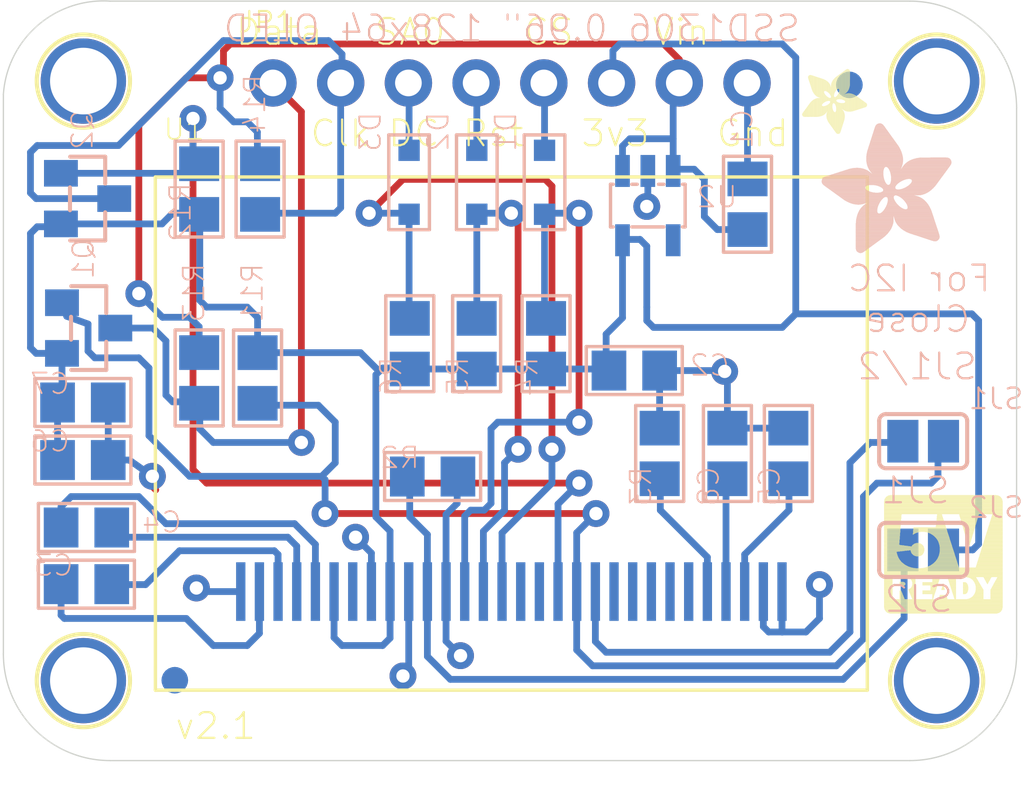
<source format=kicad_pcb>
(kicad_pcb (version 20171130) (host pcbnew "(5.1.5)-3")
  (layers (0 Top signal) (31 Bottom signal) (34 B.Paste user) (35 F.Paste user) (36 B.SilkS user) (37 F.SilkS user) (38 B.Mask user) (39 F.Mask user) (44 Edge.Cuts user))
  (net 0 "")
  (net 1 GND)
  (net 2 VIN)
  (net 3 3.3V)
  (net 4 "Net-(C5-Pad2)")
  (net 5 "Net-(C8-Pad2)")
  (net 6 "Net-(R3-Pad2)")
  (net 7 "Net-(U1-Pad25)")
  (net 8 "Net-(U1-Pad24)")
  (net 9 "Net-(U1-Pad23)")
  (net 10 "Net-(U1-Pad22)")
  (net 11 "Net-(U1-Pad21)")
  (net 12 "Net-(SJ1-Pad2)")
  (net 13 /D1/MOSI/SDA1_3.3V)
  (net 14 /D0/SCLK/SCK_3.3V)
  (net 15 "Net-(U1-Pad17)")
  (net 16 "Net-(U1-Pad16)")
  (net 17 /DC/SA0_3.3V)
  (net 18 /RST_3.3V)
  (net 19 /CS_3.3V)
  (net 20 "Net-(R2-Pad2)")
  (net 21 "Net-(U1-Pad7)")
  (net 22 "Net-(C4-Pad1)")
  (net 23 "Net-(C4-Pad2)")
  (net 24 "Net-(C3-Pad1)")
  (net 25 "Net-(C3-Pad2)")
  (net 26 "Net-(U2-Pad4)")
  (net 27 /CS_5.0V)
  (net 28 /RST_5.0V)
  (net 29 /DC/SA0_5.0V)
  (net 30 /D1/MOSI/SDA_5.0V)
  (net 31 /D0/SCLK/SCK_5.0V)
  (module "Adafruit 128x64 Mono OLED PCB v2:UG-2864HSWEG01_0.96IN_WRAPAROUND" (layer Top) (at 148.5531 111.715762)
    (fp_text reference U1 (at -13.09 -15.69) (layer F.SilkS) (effects (font (size 0.77216 0.77216) (thickness 0.065024)) (justify left bottom)))
    (fp_text value UG-2864HSWEG01)
    (pad "" np_thru_hole circle (at 8 5.45) (size 0.4 0.4) (drill 0.4) (layers *.Cu *.Mask))
    (pad "" np_thru_hole circle (at -8 5.45) (size 0.4 0.4) (drill 0.4) (layers *.Cu *.Mask))
    (pad 30 smd rect (at 10.15 1.2 90) (size 2.2 0.35) (layers Bottom B.Paste B.Mask) (net 1 GND))
    (pad 29 smd rect (at 9.45 1.2 90) (size 2.2 0.35) (layers Bottom B.Paste B.Mask) (net 1 GND))
    (pad 28 smd rect (at 8.75 1.2 90) (size 2.2 0.35) (layers Bottom B.Paste B.Mask) (net 4 "Net-(C5-Pad2)"))
    (pad 27 smd rect (at 8.05 1.2 90) (size 2.2 0.35) (layers Bottom B.Paste B.Mask) (net 5 "Net-(C8-Pad2)"))
    (pad 26 smd rect (at 7.35 1.2 90) (size 2.2 0.35) (layers Bottom B.Paste B.Mask) (net 6 "Net-(R3-Pad2)"))
    (pad 25 smd rect (at 6.65 1.2 90) (size 2.2 0.35) (layers Bottom B.Paste B.Mask) (net 7 "Net-(U1-Pad25)"))
    (pad 24 smd rect (at 5.95 1.2 90) (size 2.2 0.35) (layers Bottom B.Paste B.Mask) (net 8 "Net-(U1-Pad24)"))
    (pad 23 smd rect (at 5.25 1.2 90) (size 2.2 0.35) (layers Bottom B.Paste B.Mask) (net 9 "Net-(U1-Pad23)"))
    (pad 22 smd rect (at 4.55 1.2 90) (size 2.2 0.35) (layers Bottom B.Paste B.Mask) (net 10 "Net-(U1-Pad22)"))
    (pad 21 smd rect (at 3.85 1.2 90) (size 2.2 0.35) (layers Bottom B.Paste B.Mask) (net 11 "Net-(U1-Pad21)"))
    (pad 20 smd rect (at 3.15 1.2 90) (size 2.2 0.35) (layers Bottom B.Paste B.Mask) (net 12 "Net-(SJ1-Pad2)"))
    (pad 19 smd rect (at 2.45 1.2 90) (size 2.2 0.35) (layers Bottom B.Paste B.Mask) (net 13 /D1/MOSI/SDA1_3.3V))
    (pad 18 smd rect (at 1.75 1.2 90) (size 2.2 0.35) (layers Bottom B.Paste B.Mask) (net 14 /D0/SCLK/SCK_3.3V))
    (pad 17 smd rect (at 1.05 1.2 90) (size 2.2 0.35) (layers Bottom B.Paste B.Mask) (net 15 "Net-(U1-Pad17)"))
    (pad 16 smd rect (at 0.35 1.2 90) (size 2.2 0.35) (layers Bottom B.Paste B.Mask) (net 16 "Net-(U1-Pad16)"))
    (pad 15 smd rect (at -0.35 1.2 90) (size 2.2 0.35) (layers Bottom B.Paste B.Mask) (net 17 /DC/SA0_3.3V))
    (pad 14 smd rect (at -1.05 1.2 90) (size 2.2 0.35) (layers Bottom B.Paste B.Mask) (net 18 /RST_3.3V))
    (pad 13 smd rect (at -1.75 1.2 90) (size 2.2 0.35) (layers Bottom B.Paste B.Mask) (net 19 /CS_3.3V))
    (pad 12 smd rect (at -2.45 1.2 90) (size 2.2 0.35) (layers Bottom B.Paste B.Mask) (net 1 GND))
    (pad 11 smd rect (at -3.15 1.2 90) (size 2.2 0.35) (layers Bottom B.Paste B.Mask) (net 20 "Net-(R2-Pad2)"))
    (pad 10 smd rect (at -3.85 1.2 90) (size 2.2 0.35) (layers Bottom B.Paste B.Mask) (net 1 GND))
    (pad 9 smd rect (at -4.55 1.2 90) (size 2.2 0.35) (layers Bottom B.Paste B.Mask) (net 3 3.3V))
    (pad 8 smd rect (at -5.25 1.2 90) (size 2.2 0.35) (layers Bottom B.Paste B.Mask) (net 1 GND))
    (pad 7 smd rect (at -5.95 1.2 90) (size 2.2 0.35) (layers Bottom B.Paste B.Mask) (net 21 "Net-(U1-Pad7)"))
    (pad 6 smd rect (at -6.65 1.2 90) (size 2.2 0.35) (layers Bottom B.Paste B.Mask) (net 3 3.3V))
    (pad 5 smd rect (at -7.35 1.2 90) (size 2.2 0.35) (layers Bottom B.Paste B.Mask) (net 22 "Net-(C4-Pad1)"))
    (pad 4 smd rect (at -8.05 1.2 90) (size 2.2 0.35) (layers Bottom B.Paste B.Mask) (net 23 "Net-(C4-Pad2)"))
    (pad 3 smd rect (at -8.75 1.2 90) (size 2.2 0.35) (layers Bottom B.Paste B.Mask) (net 24 "Net-(C3-Pad1)"))
    (pad 2 smd rect (at -9.45 1.2 90) (size 2.2 0.35) (layers Bottom B.Paste B.Mask) (net 25 "Net-(C3-Pad2)"))
    (pad 1 smd rect (at -10.15 1.2 90) (size 2.2 0.35) (layers Bottom B.Paste B.Mask) (net 1 GND))
  )
  (module "Adafruit 128x64 Mono OLED PCB v2:SOLDERJUMPER_REFLOW_NOPASTE" (layer Bottom) (at 163.9971 107.271762 180)
    (fp_text reference SJ1 (at -1.651 1.143 180) (layer B.SilkS) (effects (font (size 0.77216 0.77216) (thickness 0.08128)) (justify right bottom mirror)))
    (fp_text value SOLDERJUMPERREFLOW_NOPASTE)
    (pad 2 smd rect (at 0.762 0 180) (size 1.1684 1.6002) (layers Bottom B.Mask) (net 12 "Net-(SJ1-Pad2)"))
    (pad 1 smd rect (at -0.762 0 180) (size 1.1684 1.6002) (layers Bottom B.Mask) (net 13 /D1/MOSI/SDA1_3.3V))
  )
  (module "Adafruit 128x64 Mono OLED PCB v2:SOLDERJUMPER_REFLOW_NOPASTE" (layer Bottom) (at 163.9971 111.351762 180)
    (fp_text reference SJ2 (at -1.651 1.143 180) (layer B.SilkS) (effects (font (size 0.77216 0.77216) (thickness 0.08128)) (justify right bottom mirror)))
    (fp_text value SOLDERJUMPERREFLOW_NOPASTE)
    (pad 2 smd rect (at 0.762 0 180) (size 1.1684 1.6002) (layers Bottom B.Mask) (net 20 "Net-(R2-Pad2)"))
    (pad 1 smd rect (at -0.762 0 180) (size 1.1684 1.6002) (layers Bottom B.Mask) (net 3 3.3V))
  )
  (module "Adafruit 128x64 Mono OLED PCB v2:0805" (layer Bottom) (at 145.5991 108.597762 180)
    (fp_text reference R2 (at 2.032 0.254 180) (layer B.SilkS) (effects (font (size 0.77216 0.77216) (thickness 0.065024)) (justify right bottom mirror)))
    (fp_text value 10K)
    (pad 2 smd rect (at 0.95 0 180) (size 1.3 1.5) (layers Bottom B.Paste B.Mask) (net 20 "Net-(R2-Pad2)"))
    (pad 1 smd rect (at -0.95 0 180) (size 1.3 1.5) (layers Bottom B.Paste B.Mask) (net 1 GND))
  )
  (module "Adafruit 128x64 Mono OLED PCB v2:SOT23-5" (layer Bottom) (at 153.6711 98.430762)
    (fp_text reference U2 (at 1.778 0.127) (layer B.SilkS) (effects (font (size 0.77216 0.77216) (thickness 0.065024)) (justify right bottom mirror)))
    (fp_text value VREG_SOT23-5)
    (pad 5 smd rect (at -0.95 1.3001) (size 0.55 1.2) (layers Bottom B.Paste B.Mask) (net 3 3.3V))
    (pad 4 smd rect (at 0.95 1.3001) (size 0.55 1.2) (layers Bottom B.Paste B.Mask) (net 26 "Net-(U2-Pad4)"))
    (pad 3 smd rect (at 0.95 -1.3001) (size 0.55 1.2) (layers Bottom B.Paste B.Mask) (net 2 VIN))
    (pad 2 smd rect (at 0 -1.3001) (size 0.55 1.2) (layers Bottom B.Paste B.Mask) (net 1 GND))
    (pad 1 smd rect (at -0.95 -1.3001) (size 0.55 1.2) (layers Bottom B.Paste B.Mask) (net 2 VIN))
  )
  (module "Adafruit 128x64 Mono OLED PCB v2:0805" (layer Bottom) (at 157.4091 98.379762 90)
    (fp_text reference C1 (at 2.032 0.254 90) (layer B.SilkS) (effects (font (size 0.77216 0.77216) (thickness 0.065024)) (justify right bottom mirror)))
    (fp_text value 10uF)
    (pad 2 smd rect (at 0.95 0 90) (size 1.3 1.5) (layers Bottom B.Paste B.Mask) (net 1 GND))
    (pad 1 smd rect (at -0.95 0 90) (size 1.3 1.5) (layers Bottom B.Paste B.Mask) (net 2 VIN))
  )
  (module "Adafruit 128x64 Mono OLED PCB v2:0805" (layer Bottom) (at 153.1631 104.621762)
    (fp_text reference C2 (at 2.032 0.254) (layer B.SilkS) (effects (font (size 0.77216 0.77216) (thickness 0.065024)) (justify right bottom mirror)))
    (fp_text value 10uF)
    (pad 2 smd rect (at 0.95 0) (size 1.3 1.5) (layers Bottom B.Paste B.Mask) (net 1 GND))
    (pad 1 smd rect (at -0.95 0) (size 1.3 1.5) (layers Bottom B.Paste B.Mask) (net 3 3.3V))
  )
  (module "Adafruit 128x64 Mono OLED PCB v2:SOD-323" (layer Bottom) (at 149.7971 97.555762 270)
    (fp_text reference D1 (at -1.1 1 270) (layer B.SilkS) (effects (font (size 0.77216 0.77216) (thickness 0.065024)) (justify right bottom mirror)))
    (fp_text value 1N4148)
    (pad A smd rect (at 1.2 0 270) (size 0.8 0.8) (layers Bottom B.Paste B.Mask) (net 19 /CS_3.3V))
    (pad C smd rect (at -1.2 0 270) (size 0.8 0.8) (layers Bottom B.Paste B.Mask) (net 27 /CS_5.0V))
  )
  (module "Adafruit 128x64 Mono OLED PCB v2:SOD-323" (layer Bottom) (at 147.2571 97.555762 270)
    (fp_text reference D2 (at -1.1 1 270) (layer B.SilkS) (effects (font (size 0.77216 0.77216) (thickness 0.065024)) (justify right bottom mirror)))
    (fp_text value 1N4148)
    (pad A smd rect (at 1.2 0 270) (size 0.8 0.8) (layers Bottom B.Paste B.Mask) (net 18 /RST_3.3V))
    (pad C smd rect (at -1.2 0 270) (size 0.8 0.8) (layers Bottom B.Paste B.Mask) (net 28 /RST_5.0V))
  )
  (module "Adafruit 128x64 Mono OLED PCB v2:SOD-323" (layer Bottom) (at 144.7171 97.555762 270)
    (fp_text reference D3 (at -1.1 1 270) (layer B.SilkS) (effects (font (size 0.77216 0.77216) (thickness 0.065024)) (justify right bottom mirror)))
    (fp_text value 1N4148)
    (pad A smd rect (at 1.2 0 270) (size 0.8 0.8) (layers Bottom B.Paste B.Mask) (net 17 /DC/SA0_3.3V))
    (pad C smd rect (at -1.2 0 270) (size 0.8 0.8) (layers Bottom B.Paste B.Mask) (net 29 /DC/SA0_5.0V))
  )
  (module "Adafruit 128x64 Mono OLED PCB v2:0805" (layer Bottom) (at 149.8541 103.612762 270)
    (fp_text reference R4 (at 2.032 0.254 270) (layer B.SilkS) (effects (font (size 0.77216 0.77216) (thickness 0.065024)) (justify right bottom mirror)))
    (fp_text value 10K)
    (pad 2 smd rect (at 0.95 0 270) (size 1.3 1.5) (layers Bottom B.Paste B.Mask) (net 3 3.3V))
    (pad 1 smd rect (at -0.95 0 270) (size 1.3 1.5) (layers Bottom B.Paste B.Mask) (net 19 /CS_3.3V))
  )
  (module "Adafruit 128x64 Mono OLED PCB v2:0805" (layer Bottom) (at 147.2501 103.612762 270)
    (fp_text reference R5 (at 2.032 0.254 270) (layer B.SilkS) (effects (font (size 0.77216 0.77216) (thickness 0.065024)) (justify right bottom mirror)))
    (fp_text value 10K)
    (pad 2 smd rect (at 0.95 0 270) (size 1.3 1.5) (layers Bottom B.Paste B.Mask) (net 3 3.3V))
    (pad 1 smd rect (at -0.95 0 270) (size 1.3 1.5) (layers Bottom B.Paste B.Mask) (net 18 /RST_3.3V))
  )
  (module "Adafruit 128x64 Mono OLED PCB v2:0805" (layer Bottom) (at 144.7421 103.612762 270)
    (fp_text reference R6 (at 2.032 0.254 270) (layer B.SilkS) (effects (font (size 0.77216 0.77216) (thickness 0.065024)) (justify right bottom mirror)))
    (fp_text value 10K)
    (pad 2 smd rect (at 0.95 0 270) (size 1.3 1.5) (layers Bottom B.Paste B.Mask) (net 3 3.3V))
    (pad 1 smd rect (at -0.95 0 270) (size 1.3 1.5) (layers Bottom B.Paste B.Mask) (net 17 /DC/SA0_3.3V))
  )
  (module "Adafruit 128x64 Mono OLED PCB v2:0805" (layer Bottom) (at 139.0341 104.899762 90)
    (fp_text reference R11 (at 2.032 0.254 90) (layer B.SilkS) (effects (font (size 0.77216 0.77216) (thickness 0.065024)) (justify right bottom mirror)))
    (fp_text value 10K)
    (pad 2 smd rect (at 0.95 0 90) (size 1.3 1.5) (layers Bottom B.Paste B.Mask) (net 3 3.3V))
    (pad 1 smd rect (at -0.95 0 90) (size 1.3 1.5) (layers Bottom B.Paste B.Mask) (net 13 /D1/MOSI/SDA1_3.3V))
  )
  (module "Adafruit 128x64 Mono OLED PCB v2:0805" (layer Bottom) (at 136.8431 97.809762 270)
    (fp_text reference R12 (at 2.032 0.254 270) (layer B.SilkS) (effects (font (size 0.77216 0.77216) (thickness 0.065024)) (justify right bottom mirror)))
    (fp_text value 10K)
    (pad 2 smd rect (at 0.95 0 270) (size 1.3 1.5) (layers Bottom B.Paste B.Mask) (net 3 3.3V))
    (pad 1 smd rect (at -0.95 0 270) (size 1.3 1.5) (layers Bottom B.Paste B.Mask) (net 14 /D0/SCLK/SCK_3.3V))
  )
  (module "Adafruit 128x64 Mono OLED PCB v2:0805" (layer Bottom) (at 136.8431 104.897762 90)
    (fp_text reference R13 (at 2.032 0.254 90) (layer B.SilkS) (effects (font (size 0.77216 0.77216) (thickness 0.065024)) (justify right bottom mirror)))
    (fp_text value 10K)
    (pad 2 smd rect (at 0.95 0 90) (size 1.3 1.5) (layers Bottom B.Paste B.Mask) (net 2 VIN))
    (pad 1 smd rect (at -0.95 0 90) (size 1.3 1.5) (layers Bottom B.Paste B.Mask) (net 30 /D1/MOSI/SDA_5.0V))
  )
  (module "Adafruit 128x64 Mono OLED PCB v2:0805" (layer Bottom) (at 139.1291 97.809762 90)
    (fp_text reference R14 (at 2.032 0.254 90) (layer B.SilkS) (effects (font (size 0.77216 0.77216) (thickness 0.065024)) (justify right bottom mirror)))
    (fp_text value 10K)
    (pad 2 smd rect (at 0.95 0 90) (size 1.3 1.5) (layers Bottom B.Paste B.Mask) (net 2 VIN))
    (pad 1 smd rect (at -0.95 0 90) (size 1.3 1.5) (layers Bottom B.Paste B.Mask) (net 31 /D0/SCLK/SCK_5.0V))
  )
  (module "Adafruit 128x64 Mono OLED PCB v2:SOT23-WIDE" (layer Bottom) (at 132.6991 103.025762 90)
    (fp_text reference Q1 (at 1.778 0.254 90) (layer B.SilkS) (effects (font (size 0.77216 0.77216) (thickness 0.065024)) (justify right bottom mirror)))
    (fp_text value BSS138)
    (pad 1 smd rect (at -0.95 -1 90) (size 1 1.27) (layers Bottom B.Paste B.Mask) (net 3 3.3V))
    (pad 2 smd rect (at 0.95 -1 90) (size 1 1.27) (layers Bottom B.Paste B.Mask) (net 13 /D1/MOSI/SDA1_3.3V))
    (pad 3 smd rect (at 0 1 90) (size 1 1.27) (layers Bottom B.Paste B.Mask) (net 30 /D1/MOSI/SDA_5.0V))
  )
  (module "Adafruit 128x64 Mono OLED PCB v2:SOT23-WIDE" (layer Bottom) (at 132.6591 98.167762 90)
    (fp_text reference Q2 (at 1.778 0.254 90) (layer B.SilkS) (effects (font (size 0.77216 0.77216) (thickness 0.065024)) (justify right bottom mirror)))
    (fp_text value BSS138)
    (pad 1 smd rect (at -0.95 -1 90) (size 1 1.27) (layers Bottom B.Paste B.Mask) (net 3 3.3V))
    (pad 2 smd rect (at 0.95 -1 90) (size 1 1.27) (layers Bottom B.Paste B.Mask) (net 14 /D0/SCLK/SCK_3.3V))
    (pad 3 smd rect (at 0 1 90) (size 1 1.27) (layers Bottom B.Paste B.Mask) (net 31 /D0/SCLK/SCK_5.0V))
  )
  (module "Adafruit 128x64 Mono OLED PCB v2:1X08_ROUND_70" (layer Top) (at 148.5011 93.827762)
    (fp_text reference JP1 (at -10.2362 -1.8288) (layer F.SilkS) (effects (font (size 0.77216 0.77216) (thickness 0.08128)) (justify left bottom)))
    (fp_text value HEADER-1X870MIL)
    (pad 8 thru_hole circle (at 8.89 0 90) (size 1.778 1.778) (drill 1) (layers *.Cu *.Mask) (net 1 GND))
    (pad 7 thru_hole circle (at 6.35 0 90) (size 1.778 1.778) (drill 1) (layers *.Cu *.Mask) (net 2 VIN))
    (pad 6 thru_hole circle (at 3.81 0 90) (size 1.778 1.778) (drill 1) (layers *.Cu *.Mask) (net 3 3.3V))
    (pad 5 thru_hole circle (at 1.27 0 90) (size 1.778 1.778) (drill 1) (layers *.Cu *.Mask) (net 27 /CS_5.0V))
    (pad 4 thru_hole circle (at -1.27 0 90) (size 1.778 1.778) (drill 1) (layers *.Cu *.Mask) (net 28 /RST_5.0V))
    (pad 3 thru_hole circle (at -3.81 0 90) (size 1.778 1.778) (drill 1) (layers *.Cu *.Mask) (net 29 /DC/SA0_5.0V))
    (pad 2 thru_hole circle (at -6.35 0 90) (size 1.778 1.778) (drill 1) (layers *.Cu *.Mask) (net 31 /D0/SCLK/SCK_5.0V))
    (pad 1 thru_hole circle (at -8.89 0 90) (size 1.778 1.778) (drill 1) (layers *.Cu *.Mask) (net 30 /D1/MOSI/SDA_5.0V))
  )
  (module "Adafruit 128x64 Mono OLED PCB v2:0805" (layer Bottom) (at 154.1151 107.731762 270)
    (fp_text reference R3 (at 2.032 0.254 270) (layer B.SilkS) (effects (font (size 0.77216 0.77216) (thickness 0.065024)) (justify right bottom mirror)))
    (fp_text value 390K)
    (pad 2 smd rect (at 0.95 0 270) (size 1.3 1.5) (layers Bottom B.Paste B.Mask) (net 6 "Net-(R3-Pad2)"))
    (pad 1 smd rect (at -0.95 0 270) (size 1.3 1.5) (layers Bottom B.Paste B.Mask) (net 1 GND))
  )
  (module "Adafruit 128x64 Mono OLED PCB v2:0805" (layer Bottom) (at 132.6151 112.637762 180)
    (fp_text reference C3 (at 2.032 0.254 180) (layer B.SilkS) (effects (font (size 0.77216 0.77216) (thickness 0.065024)) (justify right bottom mirror)))
    (fp_text value 1uF)
    (pad 2 smd rect (at 0.95 0 180) (size 1.3 1.5) (layers Bottom B.Paste B.Mask) (net 25 "Net-(C3-Pad2)"))
    (pad 1 smd rect (at -0.95 0 180) (size 1.3 1.5) (layers Bottom B.Paste B.Mask) (net 24 "Net-(C3-Pad1)"))
  )
  (module "Adafruit 128x64 Mono OLED PCB v2:0805" (layer Bottom) (at 132.6151 110.510762)
    (fp_text reference C4 (at 2.032 0.254) (layer B.SilkS) (effects (font (size 0.77216 0.77216) (thickness 0.065024)) (justify right bottom mirror)))
    (fp_text value 1uF)
    (pad 2 smd rect (at 0.95 0) (size 1.3 1.5) (layers Bottom B.Paste B.Mask) (net 23 "Net-(C4-Pad2)"))
    (pad 1 smd rect (at -0.95 0) (size 1.3 1.5) (layers Bottom B.Paste B.Mask) (net 22 "Net-(C4-Pad1)"))
  )
  (module "Adafruit 128x64 Mono OLED PCB v2:0805" (layer Bottom) (at 158.9411 107.731762 270)
    (fp_text reference C5 (at 2.032 0.254 270) (layer B.SilkS) (effects (font (size 0.77216 0.77216) (thickness 0.065024)) (justify right bottom mirror)))
    (fp_text value 10uF)
    (pad 2 smd rect (at 0.95 0 270) (size 1.3 1.5) (layers Bottom B.Paste B.Mask) (net 4 "Net-(C5-Pad2)"))
    (pad 1 smd rect (at -0.95 0 270) (size 1.3 1.5) (layers Bottom B.Paste B.Mask) (net 1 GND))
  )
  (module "Adafruit 128x64 Mono OLED PCB v2:0805" (layer Bottom) (at 132.4831 105.819762 180)
    (fp_text reference C7 (at 2.032 0.254 180) (layer B.SilkS) (effects (font (size 0.77216 0.77216) (thickness 0.065024)) (justify right bottom mirror)))
    (fp_text value 1uF)
    (pad 2 smd rect (at 0.95 0 180) (size 1.3 1.5) (layers Bottom B.Paste B.Mask) (net 3 3.3V))
    (pad 1 smd rect (at -0.95 0 180) (size 1.3 1.5) (layers Bottom B.Paste B.Mask) (net 1 GND))
  )
  (module "Adafruit 128x64 Mono OLED PCB v2:0805" (layer Bottom) (at 156.6551 107.731762 270)
    (fp_text reference C8 (at 2.032 0.254 270) (layer B.SilkS) (effects (font (size 0.77216 0.77216) (thickness 0.065024)) (justify right bottom mirror)))
    (fp_text value 2.2uF/16V)
    (pad 2 smd rect (at 0.95 0 270) (size 1.3 1.5) (layers Bottom B.Paste B.Mask) (net 5 "Net-(C8-Pad2)"))
    (pad 1 smd rect (at -0.95 0 270) (size 1.3 1.5) (layers Bottom B.Paste B.Mask) (net 1 GND))
  )
  (module "Adafruit 128x64 Mono OLED PCB v2:0805" (layer Bottom) (at 132.4831 107.978762 180)
    (fp_text reference C6 (at 2.032 0.254 180) (layer B.SilkS) (effects (font (size 0.77216 0.77216) (thickness 0.065024)) (justify right bottom mirror)))
    (fp_text value 1uF)
    (pad 2 smd rect (at 0.95 0 180) (size 1.3 1.5) (layers Bottom B.Paste B.Mask) (net 3 3.3V))
    (pad 1 smd rect (at -0.95 0 180) (size 1.3 1.5) (layers Bottom B.Paste B.Mask) (net 1 GND))
  )
  (module "Adafruit 128x64 Mono OLED PCB v2:FIDUCIAL_1MM" (layer Bottom) (at 161.2311 93.899762 180)
    (fp_text reference FID1 hide)
    (fp_text value FIDUCIAL"" hide)
    (pad 1 smd roundrect (at 0 0 180) (size 1 1) (layers Bottom B.Mask) (roundrect_rratio 0.5))
  )
  (module "Adafruit 128x64 Mono OLED PCB v2:FIDUCIAL_1MM" (layer Bottom) (at 135.9301 116.241762 180)
    (fp_text reference FID2 hide)
    (fp_text value FIDUCIAL"" hide)
    (pad 1 smd roundrect (at 0 0 180) (size 1 1) (layers Bottom B.Mask) (roundrect_rratio 0.5))
  )
  (module "Adafruit 128x64 Mono OLED PCB v2:MOUNTINGHOLE_2.5_PLATED" (layer Top) (at 164.5011 93.757762)
    (fp_text reference U$23 hide)
    (fp_text value MOUNTINGHOLE2.5 hide)
    (pad P$1 thru_hole circle (at 0 0) (size 3.2 3.2) (drill 2.5) (layers *.Cu *.Mask))
  )
  (module "Adafruit 128x64 Mono OLED PCB v2:MOUNTINGHOLE_2.5_PLATED" (layer Top) (at 132.5011 116.257762)
    (fp_text reference U$24 hide)
    (fp_text value MOUNTINGHOLE2.5 hide)
    (pad P$1 thru_hole circle (at 0 0) (size 3.2 3.2) (drill 2.5) (layers *.Cu *.Mask))
  )
  (module "Adafruit 128x64 Mono OLED PCB v2:MOUNTINGHOLE_2.5_PLATED" (layer Top) (at 164.5011 116.257762)
    (fp_text reference U$25 hide)
    (fp_text value MOUNTINGHOLE2.5 hide)
    (pad P$1 thru_hole circle (at 0 0) (size 3.2 3.2) (drill 2.5) (layers *.Cu *.Mask))
  )
  (module "Adafruit 128x64 Mono OLED PCB v2:MOUNTINGHOLE_2.5_PLATED" (layer Top) (at 132.5011 93.757762)
    (fp_text reference U$26 hide)
    (fp_text value MOUNTINGHOLE2.5 hide)
    (pad P$1 thru_hole circle (at 0 0) (size 3.2 3.2) (drill 2.5) (layers *.Cu *.Mask))
  )
  (module "Adafruit 128x64 Mono OLED PCB v2:ADAFRUIT_2.5MM" (layer Top) (at 159.4611 93.305762 270)
    (fp_text reference U$27 hide)
    (fp_text value "" hide)
  )
  (module "Adafruit 128x64 Mono OLED PCB v2:LOGIC_5VREADY_5MM" (layer Top) (at 162.2551 114.007762)
    (fp_text reference U$28 hide)
    (fp_text value "" hide)
  )
  (module "Adafruit 128x64 Mono OLED PCB v2:ADAFRUIT_5MM" (layer Bottom) (at 165.0611 100.207762 180)
    (fp_text reference U$3 hide)
    (fp_text value "" hide)
  )
  (gr_line (start 129.5011 115.257762) (end 129.5011 94.257762) (layer Edge.Cuts) (width 0.05))
  (gr_arc (start 133.2511 94.507762) (end 129.5011 94.257762) (angle 90) (layer Edge.Cuts) (width 0.05))
  (gr_line (start 133.5011 90.757762) (end 163.5011 90.757762) (layer Edge.Cuts) (width 0.05))
  (gr_arc (start 163.5011 94.757762) (end 163.5011 90.757762) (angle 90) (layer Edge.Cuts) (width 0.05))
  (gr_line (start 167.5011 94.757762) (end 167.5011 115.257762) (layer Edge.Cuts) (width 0.05))
  (gr_arc (start 163.5011 115.257762) (end 167.5011 115.257762) (angle 90) (layer Edge.Cuts) (width 0.05))
  (gr_arc (start 133.5011 115.257762) (end 133.5011 119.257762) (angle 90) (layer Edge.Cuts) (width 0.05))
  (gr_line (start 163.5011 119.257762) (end 133.5011 119.257762) (layer Edge.Cuts) (width 0.05))
  (gr_text Gnd (at 156.1951 96.285762) (layer F.SilkS) (effects (font (size 0.9652 0.9652) (thickness 0.08128)) (justify left bottom)))
  (gr_text Vin (at 153.7821 92.475762) (layer F.SilkS) (effects (font (size 0.9652 0.9652) (thickness 0.08128)) (justify left bottom)))
  (gr_text 3v3 (at 151.1151 96.285762) (layer F.SilkS) (effects (font (size 0.9652 0.9652) (thickness 0.08128)) (justify left bottom)))
  (gr_text CS (at 148.9561 92.475762) (layer F.SilkS) (effects (font (size 0.9652 0.9652) (thickness 0.08128)) (justify left bottom)))
  (gr_text Rst (at 146.6701 96.285762) (layer F.SilkS) (effects (font (size 0.9652 0.9652) (thickness 0.08128)) (justify left bottom)))
  (gr_text SA0 (at 143.3681 92.475762) (layer F.SilkS) (effects (font (size 0.9652 0.9652) (thickness 0.08128)) (justify left bottom)))
  (gr_text Clk (at 140.9551 96.285762) (layer F.SilkS) (effects (font (size 0.9652 0.9652) (thickness 0.08128)) (justify left bottom)))
  (gr_text Data (at 138.1611 92.475762) (layer F.SilkS) (effects (font (size 0.9652 0.9652) (thickness 0.08128)) (justify left bottom)))
  (gr_text SJ1 (at 165.0531 109.684762) (layer B.SilkS) (effects (font (size 0.9652 0.9652) (thickness 0.08128)) (justify left bottom mirror)))
  (gr_text SJ2 (at 165.1721 113.756762) (layer B.SilkS) (effects (font (size 0.9652 0.9652) (thickness 0.08128)) (justify left bottom mirror)))
  (gr_text "SSD1306 0.96\" 128x64 OLED" (at 159.4491 92.348762) (layer B.SilkS) (effects (font (size 0.9652 0.9652) (thickness 0.08128)) (justify left bottom mirror)))
  (gr_text v2.1 (at 135.8901 118.526762) (layer F.SilkS) (effects (font (size 0.9652 0.9652) (thickness 0.08128)) (justify left bottom)))
  (gr_text "For I2C" (at 166.5851 101.731762) (layer B.SilkS) (effects (font (size 0.9652 0.9652) (thickness 0.08128)) (justify left bottom mirror)))
  (gr_text Close (at 165.8231 103.255762) (layer B.SilkS) (effects (font (size 0.9652 0.9652) (thickness 0.08128)) (justify left bottom mirror)))
  (gr_text SJ1/2 (at 166.0771 105.033762) (layer B.SilkS) (effects (font (size 0.9652 0.9652) (thickness 0.08128)) (justify left bottom mirror)))
  (gr_text DC (at 143.8761 96.285762) (layer F.SilkS) (effects (font (size 0.9652 0.9652) (thickness 0.08128)) (justify left bottom)))
  (segment (start 136.7931 96.809762) (end 136.8431 96.859762) (width 0.254) (layer Bottom) (net 14))
  (segment (start 150.3031 112.915762) (end 150.3031 109.631762) (width 0.254) (layer Bottom) (net 14))
  (segment (start 150.3031 109.631762) (end 151.0911 108.843762) (width 0.254) (layer Bottom) (net 14))
  (via (at 151.0911 108.843762) (size 1.008) (drill 0.5) (layers Top Bottom) (net 14))
  (segment (start 151.0911 108.843762) (end 137.1211 108.843762) (width 0.254) (layer Top) (net 14))
  (segment (start 137.1211 108.843762) (end 136.6131 108.335762) (width 0.254) (layer Top) (net 14))
  (segment (start 136.6131 108.335762) (end 136.6131 95.159762) (width 0.254) (layer Top) (net 14))
  (via (at 136.6131 95.159762) (size 1.008) (drill 0.5) (layers Top Bottom) (net 14))
  (segment (start 136.6131 95.159762) (end 136.6131 96.629762) (width 0.254) (layer Bottom) (net 14))
  (segment (start 136.6131 96.629762) (end 136.8431 96.859762) (width 0.254) (layer Bottom) (net 14))
  (segment (start 131.6591 97.217762) (end 136.4851 97.217762) (width 0.254) (layer Bottom) (net 14))
  (segment (start 136.4851 97.217762) (end 136.8431 96.859762) (width 0.254) (layer Bottom) (net 14))
  (segment (start 151.0031 112.915762) (end 151.0031 115.105762) (width 0.254) (layer Bottom) (net 13))
  (segment (start 151.0031 115.105762) (end 151.5991 115.701762) (width 0.254) (layer Bottom) (net 13))
  (segment (start 151.5991 115.701762) (end 160.7431 115.701762) (width 0.254) (layer Bottom) (net 13))
  (segment (start 160.7431 115.701762) (end 161.7591 114.685762) (width 0.254) (layer Bottom) (net 13))
  (segment (start 161.7591 114.685762) (end 161.7591 109.351762) (width 0.254) (layer Bottom) (net 13))
  (segment (start 161.7591 109.351762) (end 162.2671 108.843762) (width 0.254) (layer Bottom) (net 13))
  (segment (start 162.2671 108.843762) (end 164.2991 108.843762) (width 0.254) (layer Bottom) (net 13))
  (segment (start 164.2991 108.843762) (end 164.5531 108.589762) (width 0.254) (layer Bottom) (net 13))
  (segment (start 164.5531 108.589762) (end 164.5531 107.477762) (width 0.254) (layer Bottom) (net 13))
  (segment (start 164.5531 107.477762) (end 164.7591 107.271762) (width 0.254) (layer Bottom) (net 13))
  (segment (start 131.6991 102.075762) (end 131.8771 102.583762) (width 0.254) (layer Bottom) (net 13))
  (segment (start 131.8771 102.583762) (end 132.6761 102.874762) (width 0.254) (layer Bottom) (net 13))
  (segment (start 132.6761 102.874762) (end 132.6761 103.890762) (width 0.254) (layer Bottom) (net 13))
  (segment (start 132.6761 103.890762) (end 132.9301 104.144762) (width 0.254) (layer Bottom) (net 13))
  (segment (start 132.9301 104.144762) (end 134.5811 104.144762) (width 0.254) (layer Bottom) (net 13))
  (segment (start 134.5811 104.144762) (end 134.9621 104.525762) (width 0.254) (layer Bottom) (net 13))
  (segment (start 141.9471 108.081762) (end 141.9471 106.557762) (width 0.254) (layer Bottom) (net 13))
  (segment (start 141.9471 106.557762) (end 141.3121 105.922762) (width 0.254) (layer Bottom) (net 13))
  (segment (start 141.3121 105.922762) (end 139.1071 105.922762) (width 0.254) (layer Bottom) (net 13))
  (segment (start 139.1071 105.922762) (end 139.0341 105.849762) (width 0.254) (layer Bottom) (net 13))
  (segment (start 151.0031 112.915762) (end 151.0031 110.709762) (width 0.254) (layer Bottom) (net 13))
  (segment (start 151.0031 110.709762) (end 151.7261 109.986762) (width 0.254) (layer Bottom) (net 13))
  (via (at 151.7261 109.986762) (size 1.008) (drill 0.5) (layers Top Bottom) (net 13))
  (segment (start 151.7261 109.986762) (end 141.5661 109.986762) (width 0.254) (layer Top) (net 13))
  (via (at 141.5661 109.986762) (size 1.008) (drill 0.5) (layers Top Bottom) (net 13))
  (segment (start 141.5661 109.986762) (end 141.5661 108.716762) (width 0.254) (layer Bottom) (net 13))
  (segment (start 134.9621 104.525762) (end 134.9621 107.065762) (width 0.254) (layer Bottom) (net 13))
  (segment (start 134.9621 107.065762) (end 136.4861 108.589762) (width 0.254) (layer Bottom) (net 13))
  (segment (start 136.4861 108.589762) (end 141.4391 108.589762) (width 0.254) (layer Bottom) (net 13))
  (segment (start 141.4391 108.589762) (end 141.5661 108.716762) (width 0.254) (layer Bottom) (net 13))
  (segment (start 141.9471 108.081762) (end 141.4391 108.589762) (width 0.254) (layer Bottom) (net 13))
  (segment (start 133.4331 105.819762) (end 133.4331 107.978762) (width 0.254) (layer Bottom) (net 1))
  (segment (start 133.4331 107.978762) (end 134.2241 107.978762) (width 0.254) (layer Bottom) (net 1))
  (segment (start 134.2241 107.978762) (end 135.0891 108.589762) (width 0.254) (layer Bottom) (net 1))
  (via (at 135.0891 108.589762) (size 1.008) (drill 0.5) (layers Top Bottom) (net 1))
  (segment (start 135.0891 108.589762) (end 135.0891 108.970762) (width 0.254) (layer Top) (net 1))
  (segment (start 135.0891 108.970762) (end 135.2161 109.097762) (width 0.254) (layer Top) (net 1))
  (segment (start 138.4031 112.915762) (end 136.8751 112.915762) (width 0.254) (layer Bottom) (net 1))
  (segment (start 136.8751 112.915762) (end 136.7401 112.780762) (width 0.254) (layer Bottom) (net 1))
  (via (at 136.7401 112.780762) (size 1.008) (drill 0.5) (layers Top Bottom) (net 1))
  (segment (start 136.7401 112.780762) (end 136.3591 112.780762) (width 0.254) (layer Top) (net 1))
  (segment (start 146.1031 112.915762) (end 146.1031 110.021762) (width 0.254) (layer Bottom) (net 1))
  (segment (start 146.1031 110.021762) (end 146.5191 109.605762) (width 0.254) (layer Bottom) (net 1))
  (segment (start 146.5191 109.605762) (end 146.5191 108.627762) (width 0.254) (layer Bottom) (net 1))
  (segment (start 146.5191 108.627762) (end 146.5491 108.597762) (width 0.254) (layer Bottom) (net 1))
  (segment (start 144.7031 112.915762) (end 144.7031 115.866762) (width 0.254) (layer Bottom) (net 1))
  (segment (start 144.7031 115.866762) (end 144.4871 116.082762) (width 0.254) (layer Bottom) (net 1))
  (via (at 144.4871 116.082762) (size 1.008) (drill 0.5) (layers Top Bottom) (net 1))
  (segment (start 144.4871 116.082762) (end 144.4871 116.336762) (width 0.254) (layer Top) (net 1))
  (segment (start 146.1031 112.915762) (end 146.1031 114.777762) (width 0.254) (layer Bottom) (net 1))
  (segment (start 146.1031 114.777762) (end 146.6461 115.320762) (width 0.254) (layer Bottom) (net 1))
  (via (at 146.6461 115.320762) (size 1.008) (drill 0.5) (layers Top Bottom) (net 1))
  (segment (start 146.6461 115.320762) (end 146.7731 115.320762) (width 0.254) (layer Top) (net 1))
  (segment (start 143.3031 112.915762) (end 143.3031 111.469762) (width 0.254) (layer Bottom) (net 1))
  (segment (start 143.3031 111.469762) (end 142.7091 110.875762) (width 0.254) (layer Bottom) (net 1))
  (via (at 142.7091 110.875762) (size 1.008) (drill 0.5) (layers Top Bottom) (net 1))
  (segment (start 142.7091 110.875762) (end 142.7091 110.748762) (width 0.254) (layer Top) (net 1))
  (segment (start 158.0031 112.915762) (end 158.0031 114.231762) (width 0.254) (layer Bottom) (net 1))
  (segment (start 158.0031 114.231762) (end 158.2031 114.431762) (width 0.254) (layer Bottom) (net 1))
  (segment (start 158.2031 114.431762) (end 158.7111 114.431762) (width 0.254) (layer Bottom) (net 1))
  (segment (start 158.7111 114.431762) (end 159.6001 114.431762) (width 0.254) (layer Bottom) (net 1))
  (segment (start 159.6001 114.431762) (end 160.1081 113.923762) (width 0.254) (layer Bottom) (net 1))
  (segment (start 160.1081 113.923762) (end 160.1081 112.653762) (width 0.254) (layer Bottom) (net 1))
  (via (at 160.1081 112.653762) (size 1.008) (drill 0.5) (layers Top Bottom) (net 1))
  (segment (start 160.1081 112.653762) (end 160.1081 112.399762) (width 0.254) (layer Top) (net 1))
  (segment (start 158.7031 112.915762) (end 158.7031 114.423762) (width 0.254) (layer Bottom) (net 1))
  (segment (start 158.7031 114.423762) (end 158.7111 114.431762) (width 0.254) (layer Bottom) (net 1))
  (segment (start 156.6551 106.781762) (end 158.9411 106.781762) (width 0.254) (layer Bottom) (net 1))
  (segment (start 154.1131 104.621762) (end 154.1131 106.779762) (width 0.254) (layer Bottom) (net 1))
  (segment (start 154.1131 106.779762) (end 154.1151 106.781762) (width 0.254) (layer Bottom) (net 1))
  (segment (start 154.1131 104.621762) (end 156.5211 104.621762) (width 0.254) (layer Bottom) (net 1))
  (segment (start 156.5211 104.621762) (end 156.5521 104.652762) (width 0.254) (layer Bottom) (net 1))
  (via (at 156.5521 104.652762) (size 1.008) (drill 0.5) (layers Top Bottom) (net 1))
  (segment (start 156.5521 104.652762) (end 156.8061 104.652762) (width 0.254) (layer Top) (net 1))
  (segment (start 156.6551 106.781762) (end 156.6551 104.755762) (width 0.254) (layer Bottom) (net 1))
  (segment (start 156.6551 104.755762) (end 156.5521 104.652762) (width 0.254) (layer Bottom) (net 1))
  (segment (start 157.4091 97.429762) (end 157.4091 93.845762) (width 0.254) (layer Bottom) (net 1))
  (segment (start 157.4091 93.845762) (end 157.3911 93.827762) (width 0.254) (layer Bottom) (net 1))
  (segment (start 153.6711 97.130662) (end 153.6711 98.421762) (width 0.254) (layer Bottom) (net 1))
  (segment (start 153.6711 98.421762) (end 153.6311 98.461762) (width 0.254) (layer Bottom) (net 1))
  (via (at 153.6311 98.461762) (size 1.008) (drill 0.5) (layers Top Bottom) (net 1))
  (segment (start 153.6311 98.461762) (end 153.7581 98.461762) (width 0.254) (layer Top) (net 1))
  (segment (start 153.7581 98.461762) (end 153.8851 98.334762) (width 0.254) (layer Top) (net 1))
  (segment (start 145.4031 112.915762) (end 145.4031 110.775762) (width 0.254) (layer Bottom) (net 20))
  (segment (start 145.4031 110.775762) (end 144.7411 110.113762) (width 0.254) (layer Bottom) (net 20))
  (segment (start 144.7411 110.113762) (end 144.7411 108.689762) (width 0.254) (layer Bottom) (net 20))
  (segment (start 144.7411 108.689762) (end 144.6491 108.597762) (width 0.254) (layer Bottom) (net 20))
  (segment (start 145.4031 112.915762) (end 145.4031 115.347762) (width 0.254) (layer Bottom) (net 20))
  (segment (start 145.4031 115.347762) (end 146.2651 116.209762) (width 0.254) (layer Bottom) (net 20))
  (segment (start 146.2651 116.209762) (end 160.9971 116.209762) (width 0.254) (layer Bottom) (net 20))
  (segment (start 160.9971 116.209762) (end 163.2831 113.923762) (width 0.254) (layer Bottom) (net 20))
  (segment (start 163.2831 113.923762) (end 163.2831 111.399762) (width 0.254) (layer Bottom) (net 20))
  (segment (start 163.2831 111.399762) (end 163.2351 111.351762) (width 0.254) (layer Bottom) (net 20))
  (segment (start 149.7971 98.755762) (end 149.7971 102.605762) (width 0.254) (layer Bottom) (net 19))
  (segment (start 149.7971 102.605762) (end 149.8541 102.662762) (width 0.254) (layer Bottom) (net 19))
  (segment (start 146.8031 112.915762) (end 146.8031 110.083762) (width 0.254) (layer Bottom) (net 19))
  (segment (start 146.8031 110.083762) (end 147.0271 109.859762) (width 0.254) (layer Bottom) (net 19))
  (segment (start 147.0271 109.859762) (end 147.5351 109.859762) (width 0.254) (layer Bottom) (net 19))
  (segment (start 147.5351 109.859762) (end 147.7891 109.605762) (width 0.254) (layer Bottom) (net 19))
  (segment (start 147.7891 109.605762) (end 147.7891 106.811762) (width 0.254) (layer Bottom) (net 19))
  (segment (start 147.7891 106.811762) (end 148.0431 106.557762) (width 0.254) (layer Bottom) (net 19))
  (segment (start 148.0431 106.557762) (end 151.0911 106.557762) (width 0.254) (layer Bottom) (net 19))
  (via (at 151.0911 106.557762) (size 1.008) (drill 0.5) (layers Top Bottom) (net 19))
  (segment (start 151.0911 106.557762) (end 151.0911 98.715762) (width 0.254) (layer Top) (net 19))
  (via (at 151.0911 98.715762) (size 1.008) (drill 0.5) (layers Top Bottom) (net 19))
  (segment (start 151.0911 98.715762) (end 149.8371 98.715762) (width 0.254) (layer Bottom) (net 19))
  (segment (start 149.8371 98.715762) (end 149.7971 98.755762) (width 0.254) (layer Bottom) (net 19))
  (segment (start 147.2571 98.755762) (end 147.2571 102.655762) (width 0.254) (layer Bottom) (net 18))
  (segment (start 147.2571 102.655762) (end 147.2501 102.662762) (width 0.254) (layer Bottom) (net 18))
  (segment (start 147.5031 112.915762) (end 147.5031 110.653762) (width 0.254) (layer Bottom) (net 18))
  (segment (start 147.5031 110.653762) (end 148.2971 109.859762) (width 0.254) (layer Bottom) (net 18))
  (segment (start 148.2971 109.859762) (end 148.2971 108.081762) (width 0.254) (layer Bottom) (net 18))
  (segment (start 148.2971 108.081762) (end 148.8051 107.573762) (width 0.254) (layer Bottom) (net 18))
  (via (at 148.8051 107.573762) (size 1.008) (drill 0.5) (layers Top Bottom) (net 18))
  (via (at 148.5511 98.715762) (size 1.008) (drill 0.5) (layers Top Bottom) (net 18))
  (segment (start 148.5511 98.715762) (end 147.2971 98.715762) (width 0.254) (layer Bottom) (net 18))
  (segment (start 147.2971 98.715762) (end 147.2571 98.755762) (width 0.254) (layer Bottom) (net 18))
  (segment (start 148.8051 107.573762) (end 148.8051 98.969762) (width 0.254) (layer Top) (net 18))
  (segment (start 148.8051 98.969762) (end 148.5511 98.715762) (width 0.254) (layer Top) (net 18))
  (segment (start 144.7171 98.755762) (end 144.7171 102.637762) (width 0.254) (layer Bottom) (net 17))
  (segment (start 144.7171 102.637762) (end 144.7421 102.662762) (width 0.254) (layer Bottom) (net 17))
  (segment (start 148.2031 112.915762) (end 148.2031 110.715762) (width 0.254) (layer Bottom) (net 17))
  (segment (start 148.2031 110.715762) (end 150.0751 108.843762) (width 0.254) (layer Bottom) (net 17))
  (segment (start 150.0751 108.843762) (end 150.0751 107.573762) (width 0.254) (layer Bottom) (net 17))
  (via (at 150.0751 107.573762) (size 1.008) (drill 0.5) (layers Top Bottom) (net 17))
  (segment (start 150.0751 107.573762) (end 150.0751 97.699762) (width 0.254) (layer Top) (net 17))
  (segment (start 150.0751 97.699762) (end 149.8211 97.445762) (width 0.254) (layer Top) (net 17))
  (segment (start 149.8211 97.445762) (end 144.4871 97.445762) (width 0.254) (layer Top) (net 17))
  (segment (start 144.4871 97.445762) (end 143.2171 98.715762) (width 0.254) (layer Top) (net 17))
  (via (at 143.2171 98.715762) (size 1.008) (drill 0.5) (layers Top Bottom) (net 17))
  (segment (start 143.2171 98.715762) (end 144.6771 98.715762) (width 0.254) (layer Bottom) (net 17))
  (segment (start 144.6771 98.715762) (end 144.7171 98.755762) (width 0.254) (layer Bottom) (net 17))
  (segment (start 149.7971 96.355762) (end 149.7971 93.853762) (width 0.254) (layer Bottom) (net 27))
  (segment (start 149.7971 93.853762) (end 149.7711 93.827762) (width 0.254) (layer Bottom) (net 27))
  (segment (start 147.2571 96.355762) (end 147.2571 93.853762) (width 0.254) (layer Bottom) (net 28))
  (segment (start 147.2571 93.853762) (end 147.2311 93.827762) (width 0.254) (layer Bottom) (net 28))
  (segment (start 144.7171 96.355762) (end 144.7171 93.853762) (width 0.254) (layer Bottom) (net 29))
  (segment (start 144.7171 93.853762) (end 144.6911 93.827762) (width 0.254) (layer Bottom) (net 29))
  (segment (start 142.1511 93.827762) (end 142.1511 98.511762) (width 0.254) (layer Bottom) (net 31))
  (segment (start 142.1511 98.511762) (end 141.9471 98.715762) (width 0.254) (layer Bottom) (net 31))
  (segment (start 141.9471 98.715762) (end 139.1731 98.715762) (width 0.254) (layer Bottom) (net 31))
  (segment (start 139.1731 98.715762) (end 139.1291 98.759762) (width 0.254) (layer Bottom) (net 31))
  (segment (start 133.6591 98.167762) (end 130.7311 98.167762) (width 0.254) (layer Bottom) (net 31))
  (segment (start 130.7311 98.167762) (end 130.5171 97.953762) (width 0.254) (layer Bottom) (net 31))
  (segment (start 130.5171 97.953762) (end 130.5171 96.429762) (width 0.254) (layer Bottom) (net 31))
  (segment (start 130.5171 96.429762) (end 130.7711 96.175762) (width 0.254) (layer Bottom) (net 31))
  (segment (start 130.7711 96.175762) (end 133.8191 96.175762) (width 0.254) (layer Bottom) (net 31))
  (segment (start 133.8191 96.175762) (end 137.7561 92.238762) (width 0.254) (layer Bottom) (net 31))
  (segment (start 137.7561 92.238762) (end 141.6931 92.238762) (width 0.254) (layer Bottom) (net 31))
  (segment (start 141.6931 92.238762) (end 142.2011 92.746762) (width 0.254) (layer Bottom) (net 31))
  (segment (start 142.2011 92.746762) (end 142.2011 93.777762) (width 0.254) (layer Bottom) (net 31))
  (segment (start 142.2011 93.777762) (end 142.1511 93.827762) (width 0.254) (layer Bottom) (net 31))
  (segment (start 139.6111 93.827762) (end 139.6111 93.839762) (width 0.254) (layer Top) (net 30))
  (segment (start 139.6111 93.839762) (end 140.6771 94.905762) (width 0.254) (layer Top) (net 30))
  (segment (start 140.6771 94.905762) (end 140.6771 107.319762) (width 0.254) (layer Top) (net 30))
  (via (at 140.6771 107.319762) (size 1.008) (drill 0.5) (layers Top Bottom) (net 30))
  (segment (start 140.6771 107.319762) (end 137.3751 107.319762) (width 0.254) (layer Bottom) (net 30))
  (segment (start 137.3751 107.319762) (end 136.8671 106.811762) (width 0.254) (layer Bottom) (net 30))
  (segment (start 136.8671 106.811762) (end 136.8671 105.871762) (width 0.254) (layer Bottom) (net 30))
  (segment (start 136.8671 105.871762) (end 136.8431 105.847762) (width 0.254) (layer Bottom) (net 30))
  (segment (start 133.6991 103.025762) (end 135.1131 103.025762) (width 0.254) (layer Bottom) (net 30))
  (segment (start 135.1131 103.025762) (end 135.5971 103.509762) (width 0.254) (layer Bottom) (net 30))
  (segment (start 135.5971 103.509762) (end 135.5971 105.541762) (width 0.254) (layer Bottom) (net 30))
  (segment (start 135.5971 105.541762) (end 135.8511 105.795762) (width 0.254) (layer Bottom) (net 30))
  (segment (start 135.8511 105.795762) (end 136.7911 105.795762) (width 0.254) (layer Bottom) (net 30))
  (segment (start 136.7911 105.795762) (end 136.8431 105.847762) (width 0.254) (layer Bottom) (net 30))
  (segment (start 154.6211 97.130662) (end 154.6211 95.921762) (width 0.254) (layer Bottom) (net 2))
  (segment (start 154.6211 95.921762) (end 154.6211 94.057762) (width 0.254) (layer Bottom) (net 2))
  (segment (start 136.8431 103.947762) (end 136.8431 102.977762) (width 0.254) (layer Bottom) (net 2))
  (segment (start 136.8431 102.977762) (end 136.4861 102.620762) (width 0.254) (layer Bottom) (net 2))
  (segment (start 136.4861 102.620762) (end 135.4701 102.620762) (width 0.254) (layer Bottom) (net 2))
  (segment (start 135.4701 102.620762) (end 134.5811 101.731762) (width 0.254) (layer Bottom) (net 2))
  (via (at 134.5811 101.731762) (size 1.008) (drill 0.5) (layers Top Bottom) (net 2))
  (segment (start 134.5811 101.731762) (end 134.5811 95.413762) (width 0.254) (layer Top) (net 2))
  (segment (start 134.5811 95.413762) (end 136.3591 93.635762) (width 0.254) (layer Top) (net 2))
  (segment (start 136.3591 93.635762) (end 137.6291 93.635762) (width 0.254) (layer Top) (net 2))
  (via (at 137.6291 93.635762) (size 1.008) (drill 0.5) (layers Top Bottom) (net 2))
  (segment (start 137.6291 93.635762) (end 137.6291 94.778762) (width 0.254) (layer Bottom) (net 2))
  (segment (start 137.6291 94.778762) (end 138.1371 95.286762) (width 0.254) (layer Bottom) (net 2))
  (segment (start 138.1371 95.286762) (end 138.6451 95.286762) (width 0.254) (layer Bottom) (net 2))
  (segment (start 138.6451 95.286762) (end 139.0261 95.667762) (width 0.254) (layer Bottom) (net 2))
  (segment (start 139.0261 95.667762) (end 139.0261 96.756762) (width 0.254) (layer Bottom) (net 2))
  (segment (start 139.0261 96.756762) (end 139.1291 96.859762) (width 0.254) (layer Bottom) (net 2))
  (segment (start 154.8511 93.827762) (end 154.8511 92.950762) (width 0.254) (layer Top) (net 2))
  (segment (start 154.8511 92.950762) (end 154.2661 92.365762) (width 0.254) (layer Top) (net 2))
  (segment (start 154.2661 92.365762) (end 138.0101 92.365762) (width 0.254) (layer Top) (net 2))
  (segment (start 138.0101 92.365762) (end 137.7561 92.619762) (width 0.254) (layer Top) (net 2))
  (segment (start 137.7561 92.619762) (end 137.7561 93.508762) (width 0.254) (layer Top) (net 2))
  (segment (start 137.7561 93.508762) (end 137.6291 93.635762) (width 0.254) (layer Top) (net 2))
  (segment (start 154.6211 94.057762) (end 154.8511 93.827762) (width 0.254) (layer Bottom) (net 2))
  (segment (start 152.7211 97.130662) (end 152.7211 96.196762) (width 0.254) (layer Bottom) (net 2))
  (segment (start 152.7211 96.196762) (end 152.9961 95.921762) (width 0.254) (layer Bottom) (net 2))
  (segment (start 152.9961 95.921762) (end 154.6211 95.921762) (width 0.254) (layer Bottom) (net 2))
  (segment (start 157.4091 99.329762) (end 156.2771 99.329762) (width 0.254) (layer Bottom) (net 2))
  (segment (start 156.2771 99.329762) (end 155.7901 98.842762) (width 0.254) (layer Bottom) (net 2))
  (segment (start 155.7901 98.842762) (end 155.7901 97.445762) (width 0.254) (layer Bottom) (net 2))
  (segment (start 155.7901 97.445762) (end 155.4091 97.064762) (width 0.254) (layer Bottom) (net 2))
  (segment (start 155.4091 97.064762) (end 154.687 97.064762) (width 0.254) (layer Bottom) (net 2))
  (segment (start 154.687 97.064762) (end 154.6211 97.130662) (width 0.254) (layer Bottom) (net 2))
  (segment (start 141.9031 112.915762) (end 141.9031 114.641762) (width 0.254) (layer Bottom) (net 3))
  (segment (start 141.9031 114.641762) (end 142.2011 114.939762) (width 0.254) (layer Bottom) (net 3))
  (segment (start 144.0031 112.915762) (end 144.0031 114.661762) (width 0.254) (layer Bottom) (net 3))
  (segment (start 144.0031 114.661762) (end 143.7251 114.939762) (width 0.254) (layer Bottom) (net 3))
  (segment (start 143.7251 114.939762) (end 142.2011 114.939762) (width 0.254) (layer Bottom) (net 3))
  (segment (start 144.0031 112.915762) (end 144.0031 110.645762) (width 0.254) (layer Bottom) (net 3))
  (segment (start 144.0031 110.645762) (end 143.4711 110.113762) (width 0.254) (layer Bottom) (net 3))
  (segment (start 143.4711 110.113762) (end 143.4711 104.779762) (width 0.254) (layer Bottom) (net 3))
  (segment (start 143.4711 104.779762) (end 143.5981 104.652762) (width 0.254) (layer Bottom) (net 3))
  (segment (start 143.5981 104.652762) (end 143.7251 104.525762) (width 0.254) (layer Bottom) (net 3))
  (segment (start 143.7251 104.525762) (end 144.7051 104.525762) (width 0.254) (layer Bottom) (net 3))
  (segment (start 144.7051 104.525762) (end 144.7421 104.562762) (width 0.254) (layer Bottom) (net 3))
  (segment (start 144.7421 104.562762) (end 147.2501 104.562762) (width 0.254) (layer Bottom) (net 3))
  (segment (start 147.2501 104.562762) (end 149.8541 104.562762) (width 0.254) (layer Bottom) (net 3))
  (segment (start 149.8541 104.562762) (end 152.1541 104.562762) (width 0.254) (layer Bottom) (net 3))
  (segment (start 152.1541 104.562762) (end 152.2131 104.621762) (width 0.254) (layer Bottom) (net 3))
  (segment (start 152.7211 99.730862) (end 152.7211 102.641762) (width 0.254) (layer Bottom) (net 3))
  (segment (start 152.7211 102.641762) (end 152.1071 103.255762) (width 0.254) (layer Bottom) (net 3))
  (segment (start 152.1071 103.255762) (end 152.1071 104.515762) (width 0.254) (layer Bottom) (net 3))
  (segment (start 152.1071 104.515762) (end 152.2131 104.621762) (width 0.254) (layer Bottom) (net 3))
  (segment (start 153.6311 102.239762) (end 153.6311 102.747762) (width 0.254) (layer Bottom) (net 3))
  (segment (start 153.6311 102.747762) (end 153.8851 103.001762) (width 0.254) (layer Bottom) (net 3))
  (segment (start 153.8851 103.001762) (end 158.7111 103.001762) (width 0.254) (layer Bottom) (net 3))
  (segment (start 158.7111 103.001762) (end 159.2191 102.493762) (width 0.254) (layer Bottom) (net 3))
  (segment (start 159.2191 102.493762) (end 159.2191 92.873762) (width 0.254) (layer Bottom) (net 3))
  (segment (start 159.2191 92.873762) (end 158.7111 92.365762) (width 0.254) (layer Bottom) (net 3))
  (segment (start 158.7111 92.365762) (end 152.6151 92.365762) (width 0.254) (layer Bottom) (net 3))
  (segment (start 152.6151 92.365762) (end 152.3611 92.619762) (width 0.254) (layer Bottom) (net 3))
  (segment (start 152.3611 92.619762) (end 152.3611 93.777762) (width 0.254) (layer Bottom) (net 3))
  (segment (start 152.3611 93.777762) (end 152.3111 93.827762) (width 0.254) (layer Bottom) (net 3))
  (segment (start 131.5331 107.978762) (end 131.5331 105.819762) (width 0.254) (layer Bottom) (net 3))
  (segment (start 139.0341 103.949762) (end 142.8951 103.949762) (width 0.254) (layer Bottom) (net 3))
  (segment (start 142.8951 103.949762) (end 143.5981 104.652762) (width 0.254) (layer Bottom) (net 3))
  (segment (start 164.7591 111.351762) (end 165.8551 111.351762) (width 0.254) (layer Bottom) (net 3))
  (segment (start 165.8551 111.351762) (end 166.0771 111.129762) (width 0.254) (layer Bottom) (net 3))
  (segment (start 166.0771 111.129762) (end 166.0771 102.747762) (width 0.254) (layer Bottom) (net 3))
  (segment (start 166.0771 102.747762) (end 165.8231 102.493762) (width 0.254) (layer Bottom) (net 3))
  (segment (start 165.8231 102.493762) (end 159.2191 102.493762) (width 0.254) (layer Bottom) (net 3))
  (segment (start 131.6991 103.975762) (end 131.6991 106.161762) (width 0.254) (layer Bottom) (net 3))
  (segment (start 131.6991 106.161762) (end 131.5331 105.819762) (width 0.254) (layer Bottom) (net 3))
  (segment (start 131.6591 99.117762) (end 135.4491 99.117762) (width 0.254) (layer Bottom) (net 3))
  (segment (start 135.4491 99.117762) (end 135.8511 98.715762) (width 0.254) (layer Bottom) (net 3))
  (segment (start 135.8511 98.715762) (end 136.7991 98.715762) (width 0.254) (layer Bottom) (net 3))
  (segment (start 136.7991 98.715762) (end 136.8431 98.759762) (width 0.254) (layer Bottom) (net 3))
  (segment (start 139.0341 103.949762) (end 139.0341 102.628762) (width 0.254) (layer Bottom) (net 3))
  (segment (start 139.0341 102.628762) (end 138.6451 102.239762) (width 0.254) (layer Bottom) (net 3))
  (segment (start 138.6451 102.239762) (end 137.1211 102.239762) (width 0.254) (layer Bottom) (net 3))
  (segment (start 137.1211 102.239762) (end 136.8671 101.985762) (width 0.254) (layer Bottom) (net 3))
  (segment (start 136.8671 101.985762) (end 136.8671 98.783762) (width 0.254) (layer Bottom) (net 3))
  (segment (start 136.8671 98.783762) (end 136.8431 98.759762) (width 0.254) (layer Bottom) (net 3))
  (segment (start 131.6991 103.975762) (end 130.7291 103.975762) (width 0.254) (layer Bottom) (net 3))
  (segment (start 130.7291 103.975762) (end 130.5171 103.763762) (width 0.254) (layer Bottom) (net 3))
  (segment (start 130.5171 103.763762) (end 130.5171 99.477762) (width 0.254) (layer Bottom) (net 3))
  (segment (start 130.5171 99.477762) (end 130.7711 99.223762) (width 0.254) (layer Bottom) (net 3))
  (segment (start 130.7711 99.223762) (end 131.5531 99.223762) (width 0.254) (layer Bottom) (net 3))
  (segment (start 131.5531 99.223762) (end 131.6591 99.117762) (width 0.254) (layer Bottom) (net 3))
  (segment (start 153.6311 102.239762) (end 153.6311 99.953762) (width 0.254) (layer Bottom) (net 3))
  (segment (start 153.6311 99.953762) (end 153.3771 99.699762) (width 0.254) (layer Bottom) (net 3))
  (segment (start 153.3771 99.699762) (end 152.7522 99.699762) (width 0.254) (layer Bottom) (net 3))
  (segment (start 152.7522 99.699762) (end 152.7211 99.730862) (width 0.254) (layer Bottom) (net 3))
  (segment (start 155.9031 112.915762) (end 155.9031 111.623762) (width 0.254) (layer Bottom) (net 6))
  (segment (start 155.9031 111.623762) (end 154.1391 109.859762) (width 0.254) (layer Bottom) (net 6))
  (segment (start 154.1391 109.859762) (end 154.1391 108.705762) (width 0.254) (layer Bottom) (net 6))
  (segment (start 154.1391 108.705762) (end 154.1151 108.681762) (width 0.254) (layer Bottom) (net 6))
  (segment (start 131.6651 112.637762) (end 131.6651 113.801762) (width 0.254) (layer Bottom) (net 25))
  (segment (start 131.6651 113.801762) (end 131.7871 113.923762) (width 0.254) (layer Bottom) (net 25))
  (segment (start 131.7871 113.923762) (end 136.3591 113.923762) (width 0.254) (layer Bottom) (net 25))
  (segment (start 136.3591 113.923762) (end 137.3751 114.939762) (width 0.254) (layer Bottom) (net 25))
  (segment (start 137.3751 114.939762) (end 138.6451 114.939762) (width 0.254) (layer Bottom) (net 25))
  (segment (start 138.6451 114.939762) (end 139.1031 114.481762) (width 0.254) (layer Bottom) (net 25))
  (segment (start 139.1031 112.915762) (end 139.1031 114.481762) (width 0.254) (layer Bottom) (net 25))
  (segment (start 139.8031 112.915762) (end 139.8031 111.525762) (width 0.254) (layer Bottom) (net 24))
  (segment (start 139.8031 111.525762) (end 139.6611 111.383762) (width 0.254) (layer Bottom) (net 24))
  (segment (start 139.6611 111.383762) (end 136.1051 111.383762) (width 0.254) (layer Bottom) (net 24))
  (segment (start 136.1051 111.383762) (end 134.8351 112.653762) (width 0.254) (layer Bottom) (net 24))
  (segment (start 134.8351 112.653762) (end 133.5811 112.653762) (width 0.254) (layer Bottom) (net 24))
  (segment (start 133.5811 112.653762) (end 133.5651 112.637762) (width 0.254) (layer Bottom) (net 24))
  (segment (start 140.5031 112.915762) (end 140.5031 111.209762) (width 0.254) (layer Bottom) (net 23))
  (segment (start 140.5031 111.209762) (end 140.1691 110.875762) (width 0.254) (layer Bottom) (net 23))
  (segment (start 140.1691 110.875762) (end 133.6761 110.875762) (width 0.254) (layer Bottom) (net 23))
  (segment (start 133.6761 110.875762) (end 133.5651 110.510762) (width 0.254) (layer Bottom) (net 23))
  (segment (start 131.6651 110.510762) (end 131.6651 109.727762) (width 0.254) (layer Bottom) (net 22))
  (segment (start 131.6651 109.727762) (end 132.0411 109.351762) (width 0.254) (layer Bottom) (net 22))
  (segment (start 132.0411 109.351762) (end 134.5811 109.351762) (width 0.254) (layer Bottom) (net 22))
  (segment (start 134.5811 109.351762) (end 135.5971 110.367762) (width 0.254) (layer Bottom) (net 22))
  (segment (start 135.5971 110.367762) (end 140.4231 110.367762) (width 0.254) (layer Bottom) (net 22))
  (segment (start 140.4231 110.367762) (end 141.2031 111.147762) (width 0.254) (layer Bottom) (net 22))
  (segment (start 141.2031 112.915762) (end 141.2031 111.147762) (width 0.254) (layer Bottom) (net 22))
  (segment (start 157.3031 112.915762) (end 157.3031 111.521762) (width 0.254) (layer Bottom) (net 4))
  (segment (start 157.3031 111.521762) (end 158.9651 109.859762) (width 0.254) (layer Bottom) (net 4))
  (segment (start 158.9651 109.859762) (end 158.9651 108.705762) (width 0.254) (layer Bottom) (net 4))
  (segment (start 158.9651 108.705762) (end 158.9411 108.681762) (width 0.254) (layer Bottom) (net 4))
  (segment (start 156.6031 112.915762) (end 156.6031 108.733762) (width 0.254) (layer Bottom) (net 5))
  (segment (start 156.6031 108.733762) (end 156.6551 108.681762) (width 0.254) (layer Bottom) (net 5))
  (segment (start 151.7031 112.915762) (end 151.7031 114.789762) (width 0.254) (layer Bottom) (net 12))
  (segment (start 151.7031 114.789762) (end 152.1071 115.193762) (width 0.254) (layer Bottom) (net 12))
  (segment (start 152.1071 115.193762) (end 160.4891 115.193762) (width 0.254) (layer Bottom) (net 12))
  (segment (start 160.4891 115.193762) (end 161.2511 114.431762) (width 0.254) (layer Bottom) (net 12))
  (segment (start 161.2511 114.431762) (end 161.2511 108.081762) (width 0.254) (layer Bottom) (net 12))
  (segment (start 161.2511 108.081762) (end 162.0131 107.319762) (width 0.254) (layer Bottom) (net 12))
  (segment (start 162.0131 107.319762) (end 163.1871 107.319762) (width 0.254) (layer Bottom) (net 12))
  (segment (start 163.1871 107.319762) (end 163.2351 107.271762) (width 0.254) (layer Bottom) (net 12))
)
</source>
